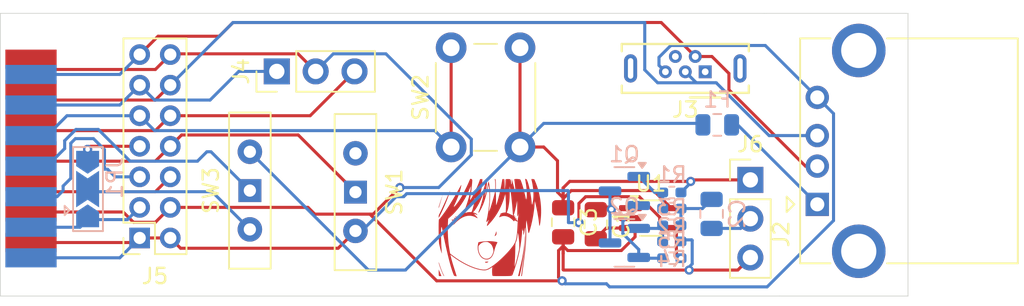
<source format=kicad_pcb>
(kicad_pcb (version 20240108) (generator "pcbnew") (generator_version "8.0")
  (layers (0 "F.Cu" signal) (31 "B.Cu" signal) (34 "B.Paste" user) (35 "F.Paste" user) (36 "B.SilkS" user "B.Silkscreen") (37 "F.SilkS" user "F.Silkscreen") (38 "B.Mask" user) (39 "F.Mask" user) (44 "Edge.Cuts" user))
  (net 0 "")
  (net 1 "GND")
  (net 2 "DACK1")
  (net 3 "GIO5")
  (net 4 "+5V")
  (net 5 "GIO6")
  (net 6 "GIO8")
  (net 7 "BOOTSEL")
  (net 8 "GIO3")
  (net 9 "GIO7")
  (net 10 "DRQ1")
  (net 11 "GIO9")
  (net 16 "Net-(Q1-C)")
  (net 17 "Net-(C2-Pad2)")
  (net 18 "Net-(J6-Pin_2)")
  (net 19 "Net-(J1-Pin_3)")
  (net 20 "Net-(J5-Pin_7)")
  (net 21 "Net-(JP1-C)")
  (net 22 "Net-(Q1-B)")
  (net 23 "Net-(Q1-E)")
  (net 24 "Net-(Q2-B)")
  (net 25 "Net-(SW3-A)")
  (net 30 "Net-(J2-VBUS)")
  (footprint "Connector_PinHeader_2.54mm:PinHeader_1x03_P2.54mm_Vertical" (layer "F.Cu") (at 157.5 69.9)
    (property "Reference" "J6")
    (property "Value" "Conn_01x03_Pin")
  )
  (footprint "Connector_USB:USB_A_CONNFLY_DS1095-WNR0" (layer "F.Cu") (at 161.8725 71.5 90)
    (property "Reference" "J2")
    (property "Value" "USB_A")
  )
  (footprint "Connector_PinHeader_2.54mm:PinHeader_1x03_P2.54mm_Vertical" (layer "F.Cu") (at 126.56 62.8 90)
    (property "Reference" "J4")
    (property "Value" "Conn_01x03")
  )
  (footprint "Button_Switch_THT:SW_Slide-03_Wuerth-WS-SLTV_10x2.5x6.4_P2.54mm" (layer "F.Cu") (at 124.8 70.6 90)
    (property "Reference" "SW3")
    (property "Value" "SW_SPDT")
  )
  (footprint "Button_Switch_THT:SW_Slide-03_Wuerth-WS-SLTV_10x2.5x6.4_P2.54mm" (layer "F.Cu") (at 131.7 70.7 -90)
    (property "Reference" "SW1")
    (property "Value" "SW_SPDT")
  )
  (footprint "Package_TO_SOT_SMD:SOT-353_SC-70-5_Handsoldering" (layer "F.Cu") (at 150.998456 72.4)
    (property "Reference" "U1")
    (property "Value" "74LVC1G14")
  )
  (footprint "Capacitor_SMD:C_0805_2012Metric" (layer "F.Cu") (at 145.268456 72.675 -90)
    (property "Reference" "C3")
    (property "Value" "10n")
  )
  (footprint "Button_Switch_THT:SW_PUSH_6mm" (layer "F.Cu") (at 137.95 67.75 90)
    (property "Reference" "SW2")
    (property "Value" "SW_Push")
  )
  (footprint "Connector_USB:USB_Micro-B_Wuerth_614105150721_Vertical" (layer "F.Cu") (at 154.55 62.825 180)
    (property "Reference" "J3")
    (property "Value" "USB_B_Micro")
  )
  (footprint "Capacitor_SMD:C_0805_2012Metric" (layer "F.Cu") (at 147.4 72.8 -90)
    (property "Reference" "C1")
    (property "Value" "10p")
  )
  (footprint "Connector_PinSocket_2.00mm:PinSocket_2x07_P2.00mm_Vertical" (layer "F.Cu") (at 117.6 73.7 180)
    (property "Reference" "J5")
    (property "Value" "Conn_02x07_Odd_Even")
  )
  (footprint "logo:happyface_smaller" (layer "F.Cu") (at 140.140807 77.920432)
    (property "Reference" "REF**" (hide yes))
    (property "Value" "happyface_smaller" (hide yes))
  )
  (footprint "Package_TO_SOT_SMD:SOT-23" (layer "B.Cu") (at 149.268456 74.025 180)
    (property "Reference" "Q2")
    (property "Value" "BC847")
  )
  (footprint "lib:EDGE-14" (layer "B.Cu") (at 110.425 74.5 90)
    (property "Reference" "J1" (hide yes))
    (property "Value" "Conn_02x07_Odd_Even" (hide yes))
  )
  (footprint "Fuse:Fuse_0805_2012Metric" (layer "B.Cu") (at 155.3375 66.3 180)
    (property "Reference" "F1")
    (property "Value" "Fuse_Small")
  )
  (footprint "Resistor_SMD:R_0402_1005Metric_Pad0.72x0.64mm_HandSolder" (layer "B.Cu") (at 152.370956 71.775)
    (property "Reference" "R2")
    (property "Value" "33k")
  )
  (footprint "Jumper:SolderJumper-3_P2.0mm_Open_TrianglePad1.0x1.5mm" (layer "B.Cu") (at 114.2 70.5 90)
    (property "Reference" "JP1")
    (property "Value" "SolderJumper_3_Open")
  )
  (footprint "Resistor_SMD:R_0402_1005Metric_Pad0.72x0.64mm_HandSolder" (layer "B.Cu") (at 152.370956 75.025 180)
    (property "Reference" "R5")
    (property "Value" "5.6k")
  )
  (footprint "Capacitor_SMD:C_0805_2012Metric" (layer "B.Cu") (at 154.968456 72.125 90)
    (property "Reference" "C2")
    (property "Value" "10µ")
  )
  (footprint "Package_TO_SOT_SMD:SOT-23" (layer "B.Cu") (at 149.268456 70.625 180)
    (property "Reference" "Q1")
    (property "Value" "BC857")
  )
  (footprint "Resistor_SMD:R_0402_1005Metric_Pad0.72x0.64mm_HandSolder" (layer "B.Cu") (at 152.365956 72.875 180)
    (property "Reference" "R3")
    (property "Value" "33k")
  )
  (footprint "Resistor_SMD:R_0402_1005Metric_Pad0.72x0.64mm_HandSolder" (layer "B.Cu") (at 152.368456 73.925)
    (property "Reference" "R4")
    (property "Value" "22k")
  )
  (footprint "Resistor_SMD:R_0402_1005Metric_Pad0.72x0.64mm_HandSolder" (layer "B.Cu") (at 152.368456 70.725 180)
    (property "Reference" "R1")
    (property "Value" "22k")
  )
  (gr_line (start 167.8 59) (end 158.4 59) (stroke (width 0.05)) (layer "Edge.Cuts"))
  (gr_line (start 108.5 59) (end 158.4 59) (stroke (width 0.05)) (layer "Edge.Cuts"))
  (gr_line (start 108.5 77.5) (end 108.5 59) (stroke (width 0.05)) (layer "Edge.Cuts"))
  (gr_line (start 167.8 77.5) (end 167.8 59) (stroke (width 0.05)) (layer "Edge.Cuts"))
  (gr_line (start 159.4 77.5) (end 108.5 77.5) (stroke (width 0.05)) (layer "Edge.Cuts"))
  (gr_line (start 159.4 77.5) (end 167.8 77.5) (stroke (width 0.05)) (layer "Edge.Cuts"))
  (segment (start 119.6 61.7) (end 119.65 61.65) (width 0.2) (layer "F.Cu") (net 1))
  (segment (start 145.268456 75.768456) (end 145.268456 74.725) (width 0.2) (layer "F.Cu") (net 1))
  (segment (start 116.521141 72) (end 117.196141 72.675) (width 0.2) (layer "F.Cu") (net 1))
  (segment (start 128.6 71.7) (end 129.04 72.14) (width 0.2) (layer "F.Cu") (net 1))
  (segment (start 156.68 75.8) (end 157.5 74.98) (width 0.2) (layer "F.Cu") (net 1))
  (segment (start 149.968456 73.35) (end 149.668456 73.05) (width 0.2) (layer "F.Cu") (net 1))
  (segment (start 145.2 76.505136) (end 137.005136 76.505136) (width 0.2) (layer "F.Cu") (net 1))
  (segment (start 145.3 75.8) (end 153.5 75.8) (width 0.2) (layer "F.Cu") (net 1))
  (segment (start 134.6 70.4) (end 132.86 72.14) (width 0.2) (layer "F.Cu") (net 1))
  (segment (start 144.968456 76.273592) (end 145.2 76.505136) (width 0.2) (layer "F.Cu") (net 1))
  (segment (start 145.3 75.8) (end 145.268456 75.768456) (width 0.2) (layer "F.Cu") (net 1))
  (segment (start 145.268456 74.725) (end 145.268456 74.225) (width 0.2) (layer "F.Cu") (net 1))
  (segment (start 110.5 72) (end 116.521141 72) (width 0.2) (layer "F.Cu") (net 1))
  (segment (start 110.5 62) (end 111.175 62.675) (width 0.2) (layer "F.Cu") (net 1))
  (segment (start 145.268456 73.625) (end 145.268456 74.225) (width 0.2) (layer "F.Cu") (net 1))
  (segment (start 118.625 72.675) (end 119.6 71.7) (width 0.2) (layer "F.Cu") (net 1))
  (segment (start 129.04 72.14) (end 132.64 72.14) (width 0.2) (layer "F.Cu") (net 1))
  (segment (start 149.068456 74.525) (end 149.968456 73.625) (width 0.2) (layer "F.Cu") (net 1))
  (segment (start 145.268456 74.225) (end 145.568456 74.525) (width 0.2) (layer "F.Cu") (net 1))
  (segment (start 145.268456 74.225) (end 144.968456 74.525) (width 0.2) (layer "F.Cu") (net 1))
  (segment (start 119.65 61.65) (end 127.95 61.65) (width 0.2) (layer "F.Cu") (net 1))
  (segment (start 147.568456 73.575) (end 148.093456 73.05) (width 0.2) (layer "F.Cu") (net 1))
  (segment (start 153.5 75.8) (end 156.68 75.8) (width 0.2) (layer "F.Cu") (net 1))
  (segment (start 149.968456 73.625) (end 149.968456 73.35) (width 0.2) (layer "F.Cu") (net 1))
  (segment (start 145.268456 73.625) (end 145.268456 74.725) (width 0.2) (layer "F.Cu") (net 1))
  (segment (start 147.268456 73.575) (end 147.568456 73.575) (width 0.2) (layer "F.Cu") (net 1))
  (segment (start 144.968456 74.525) (end 144.968456 76.273592) (width 0.2) (layer "F.Cu") (net 1))
  (segment (start 137.005136 76.505136) (end 132.64 72.14) (width 0.2) (layer "F.Cu") (net 1))
  (segment (start 148.093456 73.05) (end 149.668456 73.05) (width 0.2) (layer "F.Cu") (net 1))
  (segment (start 111.175 62.675) (end 118.625 62.675) (width 0.2) (layer "F.Cu") (net 1))
  (segment (start 132.86 72.14) (end 132.64 72.14) (width 0.2) (layer "F.Cu") (net 1))
  (segment (start 127.95 61.65) (end 129.1 62.8) (width 0.2) (layer "F.Cu") (net 1))
  (segment (start 117.196141 72.675) (end 118.625 72.675) (width 0.2) (layer "F.Cu") (net 1))
  (segment (start 145.568456 74.525) (end 149.068456 74.525) (width 0.2) (layer "F.Cu") (net 1))
  (segment (start 118.625 62.675) (end 119.6 61.7) (width 0.2) (layer "F.Cu") (net 1))
  (segment (start 119.6 71.7) (end 128.6 71.7) (width 0.2) (layer "F.Cu") (net 1))
  (via (at 134.6 70.4) (size 0.6) (drill 0.3) (layers "F.Cu" "B.Cu") (net 1))
  (via (at 153.5 75.8) (size 0.6) (drill 0.3) (layers "F.Cu" "B.Cu") (net 1))
  (via (at 145.2 76.505136) (size 0.6) (drill 0.3) (layers "F.Cu" "B.Cu") (net 1))
  (segment (start 145.394865 76.700001) (end 145.2 76.505136) (width 0.2) (layer "B.Cu") (net 1))
  (segment (start 133.688478 61.65) (end 138.519239 66.480761) (width 0.2) (layer "B.Cu") (net 1))
  (segment (start 162.9345 65.562) (end 161.8725 64.5) (width 0.2) (layer "B.Cu") (net 1))
  (segment (start 129.1 62.8) (end 130.25 61.65) (width 0.2) (layer "B.Cu") (net 1))
  (segment (start 158.4775 61.105) (end 161.8725 64.5) (width 0.2) (layer "B.Cu") (net 1))
  (segment (start 130.25 61.65) (end 133.688478 61.65) (width 0.2) (layer "B.Cu") (net 1))
  (segment (start 162.9345 72.562) (end 162.9345 65.562) (width 0.2) (layer "B.Cu") (net 1))
  (segment (start 138.519239 66.480761) (end 139.267157 67.228679) (width 0.2) (layer "B.Cu") (net 1))
  (segment (start 153.7 73.856544) (end 153.668456 73.825) (width 0.2) (layer "B.Cu") (net 1))
  (segment (start 152.301766 61.105) (end 158.4775 61.105) (width 0.2) (layer "B.Cu") (net 1))
  (segment (start 139.267157 67.228679) (end 139.267157 68.271321) (width 0.2) (layer "B.Cu") (net 1))
  (segment (start 151.53 61.876766) (end 152.301766 61.105) (width 0.2) (layer "B.Cu") (net 1))
  (segment (start 153.668456 73.825) (end 152.865956 73.825) (width 0.2) (layer "B.Cu") (net 1))
  (segment (start 151.95 62.825) (end 151.53 62.405) (width 0.2) (layer "B.Cu") (net 1))
  (segment (start 137.138478 70.4) (end 134.6 70.4) (width 0.2) (layer "B.Cu") (net 1))
  (segment (start 148.100001 76.700001) (end 148.3 76.9) (width 0.2) (layer "B.Cu") (net 1))
  (segment (start 138.313478 66.275) (end 138.519239 66.480761) (width 0.2) (layer "B.Cu") (net 1))
  (segment (start 148.3 76.9) (end 158.5965 76.9) (width 0.2) (layer "B.Cu") (net 1))
  (segment (start 153.7 75.4) (end 153.7 73.856544) (width 0.2) (layer "B.Cu") (net 1))
  (segment (start 151.53 62.405) (end 151.53 61.876766) (width 0.2) (layer "B.Cu") (net 1))
  (segment (start 153.3 75.8) (end 153.7 75.4) (width 0.2) (layer "B.Cu") (net 1))
  (segment (start 139.267157 68.271321) (end 137.138478 70.4) (width 0.2) (layer "B.Cu") (net 1))
  (segment (start 148.100001 76.700001) (end 145.394865 76.700001) (width 0.2) (layer "B.Cu") (net 1))
  (segment (start 148.1 76.7) (end 148.100001 76.700001) (width 0.2) (layer "B.Cu") (net 1))
  (segment (start 158.5965 76.9) (end 162.9345 72.562) (width 0.2) (layer "B.Cu") (net 1))
  (segment (start 118.625 70.675) (end 119.6 69.7) (width 0.2) (layer "F.Cu") (net 2))
  (segment (start 111.175 70.675) (end 118.625 70.675) (width 0.2) (layer "F.Cu") (net 2))
  (segment (start 110.5 70) (end 111.175 70.675) (width 0.2) (layer "F.Cu") (net 2))
  (segment (start 137.95 67.75) (end 137.95 61.25) (width 0.2) (layer "F.Cu") (net 3))
  (segment (start 118.575 66.675) (end 136.875 66.675) (width 0.2) (layer "B.Cu") (net 3))
  (segment (start 117.6 65.7) (end 118.575 66.675) (width 0.2) (layer "B.Cu") (net 3))
  (segment (start 117.6 65.7) (end 112.85 65.7) (width 0.2) (layer "B.Cu") (net 3))
  (segment (start 136.875 66.675) (end 137.95 67.75) (width 0.2) (layer "B.Cu") (net 3))
  (segment (start 111.55 67) (end 110.5 67) (width 0.2) (layer "B.Cu") (net 3))
  (segment (start 112.85 65.7) (end 111.55 67) (width 0.2) (layer "B.Cu") (net 3))
  (segment (start 151.178456 70.6) (end 145.793456 70.6) (width 0.2) (layer "F.Cu") (net 4))
  (segment (start 145.268456 71.068456) (end 144.9 70.7) (width 0.2) (layer "F.Cu") (net 4))
  (segment (start 142.45 67.75) (end 142.45 61.25) (width 0.2) (layer "F.Cu") (net 4))
  (segment (start 152.328456 71.75) (end 151.178456 70.6) (width 0.2) (layer "F.Cu") (net 4))
  (segment (start 119.6 73.7) (end 120.275 74.375) (width 0.2) (layer "F.Cu") (net 4))
  (segment (start 130.565 74.375) (end 131.7 73.24) (width 0.2) (layer "F.Cu") (net 4))
  (segment (start 145.268456 71.725) (end 145.268456 71.068456) (width 0.2) (layer "F.Cu") (net 4))
  (segment (start 145.793456 70.6) (end 145.268456 71.125) (width 0.2) (layer "F.Cu") (net 4))
  (segment (start 117.3 74) (end 117.6 73.7) (width 0.2) (layer "F.Cu") (net 4))
  (segment (start 145.268456 70.425) (end 145.268456 71.725) (width 0.2) (layer "F.Cu") (net 4))
  (segment (start 144.9 68.65) (end 144.875 68.625) (width 0.2) (layer "F.Cu") (net 4))
  (segment (start 144 67.75) (end 142.45 67.75) (width 0.2) (layer "F.Cu") (net 4))
  (segment (start 153.6 70) (end 145.693456 70) (width 0.2) (layer "F.Cu") (net 4))
  (segment (start 153.6 70) (end 153.7 69.9) (width 0.2) (layer "F.Cu") (net 4))
  (segment (start 144.9 70.7) (end 144.9 68.65) (width 0.2) (layer "F.Cu") (net 4))
  (segment (start 110.5 74) (end 117.3 74) (width 0.2) (layer "F.Cu") (net 4))
  (segment (start 144.875 68.625) (end 144 67.75) (width 0.2) (layer "F.Cu") (net 4))
  (segment (start 153.7 69.9) (end 157.5 69.9) (width 0.2) (layer "F.Cu") (net 4))
  (segment (start 120.275 74.375) (end 130.565 74.375) (width 0.2) (layer "F.Cu") (net 4))
  (segment (start 119.6 73.7) (end 117.6 73.7) (width 0.2) (layer "F.Cu") (net 4))
  (segment (start 145.268456 71.125) (end 145.268456 70.425) (width 0.2) (layer "F.Cu") (net 4))
  (segment (start 145.693456 70) (end 145.268456 70.425) (width 0.2) (layer "F.Cu") (net 4))
  (via (at 153.6 70) (size 0.6) (drill 0.3) (layers "F.Cu" "B.Cu") (net 4))
  (segment (start 135.048529 70.8) (end 134.848529 71) (width 0.2) (layer "B.Cu") (net 4))
  (segment (start 144 66.2) (end 142.45 67.75) (width 0.2) (layer "B.Cu") (net 4))
  (segment (start 142.45 67.75) (end 139.4 70.8) (width 0.2) (layer "B.Cu") (net 4))
  (segment (start 134.351471 71) (end 132.111471 73.24) (width 0.2) (layer "B.Cu") (net 4))
  (segment (start 153.6 70) (end 153.6 70.090956) (width 0.2) (layer "B.Cu") (net 4))
  (segment (start 139.4 70.8) (end 135.048529 70.8) (width 0.2) (layer "B.Cu") (net 4))
  (segment (start 116.3 75) (end 117.6 73.7) (width 0.2) (layer "B.Cu") (net 4))
  (segment (start 154.4 66.3) (end 154.3 66.2) (width 0.2) (layer "B.Cu") (net 4))
  (segment (start 110.5 75) (end 116.3 75) (width 0.2) (layer "B.Cu") (net 4))
  (segment (start 134.848529 71) (end 134.351471 71) (width 0.2) (layer "B.Cu") (net 4))
  (segment (start 132.111471 73.24) (end 131.7 73.24) (width 0.2) (layer "B.Cu") (net 4))
  (segment (start 154.3 66.2) (end 144 66.2) (width 0.2) (layer "B.Cu") (net 4))
  (segment (start 153.6 70.090956) (end 152.965956 70.725) (width 0.2) (layer "B.Cu") (net 4))
  (segment (start 110.5 66) (end 111.175 66.675) (width 0.2) (layer "F.Cu") (net 5))
  (segment (start 118.625 66.675) (end 119.6 65.7) (width 0.2) (layer "F.Cu") (net 5))
  (segment (start 119.6 65.7) (end 128.74 65.7) (width 0.2) (layer "F.Cu") (net 5))
  (segment (start 128.74 65.7) (end 131.64 62.8) (width 0.2) (layer "F.Cu") (net 5))
  (segment (start 111.175 66.675) (end 118.625 66.675) (width 0.2) (layer "F.Cu") (net 5))
  (segment (start 119.6 63.7) (end 118.625 64.675) (width 0.2) (layer "F.Cu") (net 6))
  (segment (start 111.175 64.675) (end 110.5 64) (width 0.2) (layer "F.Cu") (net 6))
  (segment (start 118.625 64.675) (end 111.175 64.675) (width 0.2) (layer "F.Cu") (net 6))
  (segment (start 123.7 59.6) (end 150.6 59.6) (width 0.2) (layer "B.Cu") (net 6))
  (segment (start 158.725 67) (end 155.27 63.545) (width 0.2) (layer "B.Cu") (net 6))
  (segment (start 155.27 63.545) (end 153.97 63.545) (width 0.2) (layer "B.Cu") (net 6))
  (segment (start 155.27 63.545) (end 151.445 63.545) (width 0.2) (layer "B.Cu") (net 6))
  (segment (start 150.6 62.7) (end 150.6 59.6) (width 0.2) (layer "B.Cu") (net 6))
  (segment (start 119.6 63.7) (end 123.7 59.6) (width 0.2) (layer "B.Cu") (net 6))
  (segment (start 153.97 63.545) (end 153.25 62.825) (width 0.2) (layer "B.Cu") (net 6))
  (segment (start 151.445 63.545) (end 150.6 62.7) (width 0.2) (layer "B.Cu") (net 6))
  (segment (start 161.8725 67) (end 158.725 67) (width 0.2) (layer "B.Cu") (net 6))
  (segment (start 119.6 67.7) (end 120.34 66.96) (width 0.2) (layer "F.Cu") (net 7))
  (segment (start 111.175 68.675) (end 118.625 68.675) (width 0.2) (layer "F.Cu") (net 7))
  (segment (start 110.5 68) (end 111.175 68.675) (width 0.2) (layer "F.Cu") (net 7))
  (segment (start 127.96 66.96) (end 120.34 66.96) (width 0.2) (layer "F.Cu") (net 7))
  (segment (start 131.7 70.7) (end 127.96 66.96) (width 0.2) (layer "F.Cu") (net 7))
  (segment (start 118.625 68.675) (end 119.6 67.7) (width 0.2) (layer "F.Cu") (net 7))
  (segment (start 111.55 69) (end 112.7 67.85) (width 0.2) (layer "B.Cu") (net 8))
  (segment (start 110.5 69) (end 111.55 69) (width 0.2) (layer "B.Cu") (net 8))
  (segment (start 116.975 68.675) (end 121.375 68.675) (width 0.2) (layer "B.Cu") (net 8))
  (segment (start 112.7 67.334315) (end 113.434315 66.6) (width 0.2) (layer "B.Cu") (net 8))
  (segment (start 122.26 68.06) (end 124.8 70.6) (width 0.2) (layer "B.Cu") (net 8))
  (segment (start 114.9 66.6) (end 116.975 68.675) (width 0.2) (layer "B.Cu") (net 8))
  (segment (start 121.375 68.675) (end 121.99 68.06) (width 0.2) (layer "B.Cu") (net 8))
  (segment (start 113.434315 66.6) (end 114.9 66.6) (width 0.2) (layer "B.Cu") (net 8))
  (segment (start 121.99 68.06) (end 122.26 68.06) (width 0.2) (layer "B.Cu") (net 8))
  (segment (start 112.7 67.85) (end 112.7 67.334315) (width 0.2) (layer "B.Cu") (net 8))
  (segment (start 117.6 63.7) (end 118.575 64.675) (width 0.2) (layer "B.Cu") (net 9))
  (segment (start 122.2 64.675) (end 124.075 62.8) (width 0.2) (layer "B.Cu") (net 9))
  (segment (start 124.075 62.8) (end 126.56 62.8) (width 0.2) (layer "B.Cu") (net 9))
  (segment (start 116.3 65) (end 110.5 65) (width 0.2) (layer "B.Cu") (net 9))
  (segment (start 118.575 64.675) (end 122.2 64.675) (width 0.2) (layer "B.Cu") (net 9))
  (segment (start 117.6 63.7) (end 116.3 65) (width 0.2) (layer "B.Cu") (net 9))
  (segment (start 112.2 71) (end 112.6 70.6) (width 0.2) (layer "B.Cu") (net 10))
  (segment (start 110.5 71) (end 112.2 71) (width 0.2) (layer "B.Cu") (net 10))
  (segment (start 115.5 69.2) (end 116 69.7) (width 0.2) (layer "B.Cu") (net 10))
  (segment (start 113.1 69.8) (end 113.1 67.500001) (width 0.2) (layer "B.Cu") (net 10))
  (segment (start 112.6 70.3) (end 113.1 69.8) (width 0.2) (layer "B.Cu") (net 10))
  (segment (start 115.3 69.2) (end 115.5 69.2) (width 0.2) (layer "B.Cu") (net 10))
  (segment (start 115.3 67.918664) (end 115.3 69.2) (width 0.2) (layer "B.Cu") (net 10))
  (segment (start 116 69.7) (end 117.6 69.7) (width 0.2) (layer "B.Cu") (net 10))
  (segment (start 113.400001 67.2) (end 114.581336 67.2) (width 0.2) (layer "B.Cu") (net 10))
  (segment (start 113.1 67.500001) (end 113.400001 67.2) (width 0.2) (layer "B.Cu") (net 10))
  (segment (start 114.581336 67.2) (end 115.3 67.918664) (width 0.2) (layer "B.Cu") (net 10))
  (segment (start 112.6 70.6) (end 112.6 70.3) (width 0.2) (layer "B.Cu") (net 10))
  (segment (start 156.1 64) (end 161.1 69) (width 0.2) (layer "F.Cu") (net 11))
  (segment (start 156.1 62.935) (end 156.1 64) (width 0.2) (layer "F.Cu") (net 11))
  (segment (start 123.7 59.6) (end 122.8 60.5) (width 0.2) (layer "F.Cu") (net 11))
  (segment (start 122.8 60.5) (end 118.8 60.5) (width 0.2) (layer "F.Cu") (net 11))
  (segment (start 151.675 59.6) (end 123.7 59.6) (width 0.2) (layer "F.Cu") (net 11))
  (segment (start 161.1 69) (end 161.8725 69) (width 0.2) (layer "F.Cu") (net 11))
  (segment (start 153.9 61.825) (end 154.99 61.825) (width 0.2) (layer "F.Cu") (net 11))
  (segment (start 118.8 60.5) (end 117.6 61.7) (width 0.2) (layer "F.Cu") (net 11))
  (segment (start 154.99 61.825) (end 156.1 62.935) (width 0.2) (layer "F.Cu") (net 11))
  (segment (start 153.9 61.825) (end 151.675 59.6) (width 0.2) (layer "F.Cu") (net 11))
  (segment (start 110.5 63) (end 116.3 63) (width 0.2) (layer "B.Cu") (net 11))
  (segment (start 116.3 63) (end 117.6 61.7) (width 0.2) (layer "B.Cu") (net 11))
  (segment (start 149.668456 72.4) (end 149 72.4) (width 0.2) (layer "F.Cu") (net 16))
  (segment (start 149 72.4) (end 148.275 71.675) (width 0.2) (layer "F.Cu") (net 16))
  (segment (start 148.275 71.675) (end 147.268456 71.675) (width 0.2) (layer "F.Cu") (net 16))
  (via (at 148.418457 71.821589) (size 0.6) (drill 0.3) (layers "F.Cu" "B.Cu") (net 16))
  (segment (start 148.330956 70.625) (end 148.330956 74.025) (width 0.2) (layer "B.Cu") (net 16))
  (segment (start 148.368456 71.87159) (end 148.418457 71.821589) (width 0.2) (layer "B.Cu") (net 16))
  (segment (start 154.368456 71.775) (end 152.968456 71.775) (width 0.2) (layer "B.Cu") (net 17))
  (segment (start 152.963456 72.875) (end 152.963456 71.78) (width 0.2) (layer "B.Cu") (net 17))
  (segment (start 154.968456 71.175) (end 154.368456 71.775) (width 0.2) (layer "B.Cu") (net 17))
  (segment (start 152.963456 71.78) (end 152.968456 71.775) (width 0.2) (layer "B.Cu") (net 17))
  (segment (start 154.968456 73.075) (end 156.865 73.075) (width 0.2) (layer "B.Cu") (net 18))
  (segment (start 156.865 73.075) (end 157.5 72.44) (width 0.2) (layer "B.Cu") (net 18))
  (segment (start 116.8 72.5) (end 114.2 72.5) (width 0.2) (layer "B.Cu") (net 19))
  (segment (start 117.6 71.7) (end 116.8 72.5) (width 0.2) (layer "B.Cu") (net 19))
  (segment (start 113.7 73) (end 114.2 72.5) (width 0.2) (layer "B.Cu") (net 19))
  (segment (start 110.5 73) (end 113.7 73) (width 0.2) (layer "B.Cu") (net 19))
  (segment (start 117.6 67.7) (end 114.4 67.7) (width 0.2) (layer "F.Cu") (net 20))
  (segment (start 114.4 67.7) (end 114.2 67.9) (width 0.2) (layer "F.Cu") (net 20))
  (via (at 114.2 67.9) (size 0.6) (drill 0.3) (layers "F.Cu" "B.Cu") (net 20))
  (segment (start 114.2 68.5) (end 114.2 67.9) (width 0.2) (layer "B.Cu") (net 20))
  (segment (start 122.335 70.675) (end 124.8 73.14) (width 0.2) (layer "B.Cu") (net 21))
  (segment (start 114.375 70.675) (end 122.335 70.675) (width 0.2) (layer "B.Cu") (net 21))
  (segment (start 114.2 70.5) (end 114.375 70.675) (width 0.2) (layer "B.Cu") (net 21))
  (segment (start 151.770956 70.725) (end 151.255956 70.725) (width 0.2) (layer "B.Cu") (net 22))
  (segment (start 151.773456 70.7275) (end 151.770956 70.725) (width 0.2) (layer "B.Cu") (net 22))
  (segment (start 151.773456 71.775) (end 151.773456 70.7275) (width 0.2) (layer "B.Cu") (net 22))
  (segment (start 151.255956 70.725) (end 150.205956 69.675) (width 0.2) (layer "B.Cu") (net 22))
  (segment (start 150.255956 75.025) (end 150.205956 74.975) (width 0.2) (layer "B.Cu") (net 23))
  (segment (start 149.168456 73.415552) (end 149.168456 72.6125) (width 0.2) (layer "B.Cu") (net 23))
  (segment (start 150.205956 74.453052) (end 149.168456 73.415552) (width 0.2) (layer "B.Cu") (net 23))
  (segment (start 151.773456 75.025) (end 150.255956 75.025) (width 0.2) (layer "B.Cu") (net 23))
  (segment (start 149.168456 72.6125) (end 150.205956 71.575) (width 0.2) (layer "B.Cu") (net 23))
  (segment (start 150.205956 74.975) (end 150.205956 74.453052) (width 0.2) (layer "B.Cu") (net 23))
  (segment (start 151.768456 73.775) (end 151.668456 73.875) (width 0.2) (layer "B.Cu") (net 24))
  (segment (start 151.768456 72.875) (end 151.768456 73.775) (width 0.2) (layer "B.Cu") (net 24))
  (segment (start 151.568456 73.075) (end 151.768456 72.875) (width 0.2) (layer "B.Cu") (net 24))
  (segment (start 150.205956 73.075) (end 151.568456 73.075) (width 0.2) (layer "B.Cu") (net 24))
  (segment (start 151.578457 72.341545) (end 150.236912 71) (width 0.2) (layer "F.Cu") (net 25))
  (segment (start 152.668456 74.725) (end 152.668456 73.39) (width 0.2) (layer "F.Cu") (net 25))
  (segment (start 151.578457 73.05) (end 151.578457 72.341545) (width 0.2) (layer "F.Cu") (net 25))
  (segment (start 152.668456 73.39) (end 152.328456 73.05) (width 0.2) (layer "F.Cu") (net 25))
  (segment (start 152.328456 73.05) (end 151.578457 73.05) (width 0.2) (layer "F.Cu") (net 25))
  (segment (start 146.740256 71) (end 146.3 71.440256) (width 0.2) (layer "F.Cu") (net 25))
  (segment (start 152.408456 72.97) (end 152.328456 73.05) (width 0.2) (layer "F.Cu") (net 25))
  (segment (start 152.968456 75.025) (end 152.668456 74.725) (width 0.2) (layer "F.Cu") (net 25))
  (segment (start 146.3 71.440256) (end 146.3 72.7) (width 0.2) (layer "F.Cu") (net 25))
  (segment (start 150.236912 71) (end 146.740256 71) (width 0.2) (layer "F.Cu") (net 25))
  (via (at 152.968456 75.025) (size 0.6) (drill 0.3) (layers "F.Cu" "B.Cu") (net 25))
  (via (at 146.3 72.7) (size 0.6) (drill 0.3) (layers "F.Cu" "B.Cu") (net 25))
  (segment (start 134.965686 75.8) (end 132.54 75.8) (width 0.2) (layer "B.Cu") (net 25))
  (segment (start 145.613952 72.686048) (end 145.613952 70.629504) (width 0.2) (layer "B.Cu") (net 25))
  (segment (start 132.54 75.8) (end 124.8 68.06) (width 0.2) (layer "B.Cu") (net 25))
  (segment (start 146.3 72.7) (end 145.627904 72.7) (width 0.2) (layer "B.Cu") (net 25))
  (segment (start 145.584448 70.6) (end 140.165686 70.6) (width 0.2) (layer "B.Cu") (net 25))
  (segment (start 145.613952 70.629504) (end 145.584448 70.6) (width 0.2) (layer "B.Cu") (net 25))
  (segment (start 140.165686 70.6) (end 134.965686 75.8) (width 0.2) (layer "B.Cu") (net 25))
  (segment (start 145.627904 72.7) (end 145.613952 72.686048) (width 0.2) (layer "B.Cu") (net 25))
  (segment (start 161.8725 71.5) (end 156.6725 66.3) (width 0.2) (layer "B.Cu") (net 30))
)
</source>
